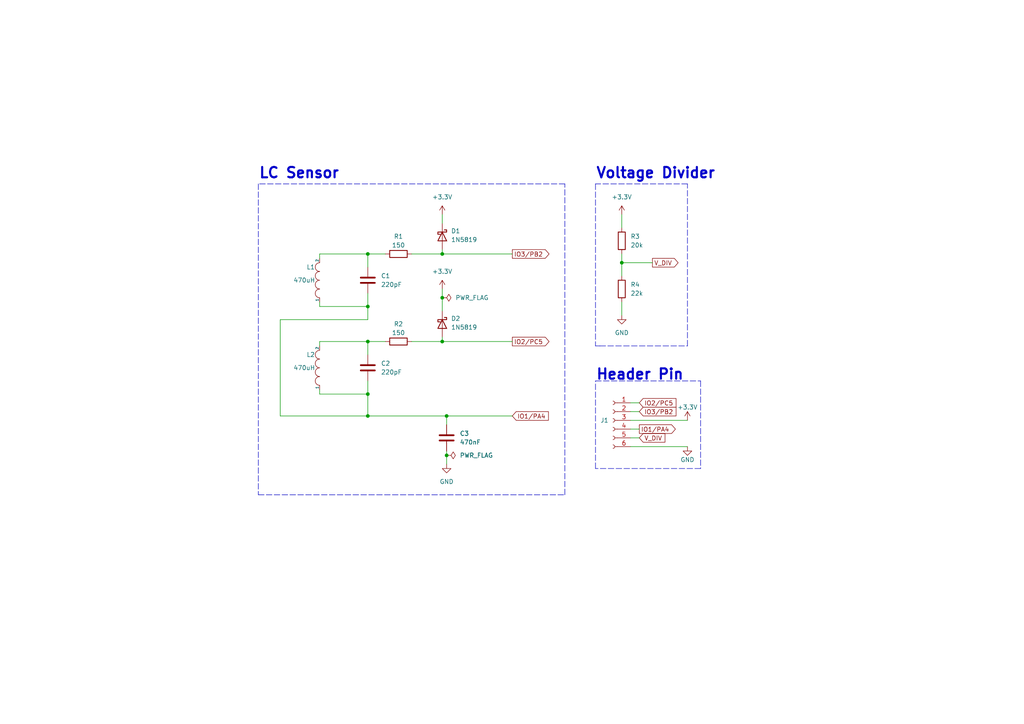
<source format=kicad_sch>
(kicad_sch (version 20211123) (generator eeschema)
  (paper "A4")
  (title_block (title "LC Sensor Prototype using THT") (date "2023-01-18") (rev "v1") (company "BRIN (Internship)"))
  (lib_symbols
    (symbol "Connector:Conn_01x06_Female" (pin_names (offset 1.016) hide)
      (property "Reference" "J" (at 0 7.62 0))
      (property "Value" "Conn_01x06_Female" (at 0 -10.16 0))
      (symbol "Conn_01x06_Female_1_1"
        (arc (start 0 -7.112) (mid -0.508 -7.62) (end 0 -8.128) (stroke (width 0.1524)))
        (arc (start 0 -4.572) (mid -0.508 -5.08) (end 0 -5.588) (stroke (width 0.1524)))
        (arc (start 0 -2.032) (mid -0.508 -2.54) (end 0 -3.048) (stroke (width 0.1524)))
        (polyline (pts (xy -1.27 -7.62) (xy -0.508 -7.62)) (stroke (width 0.1524)))
        (polyline (pts (xy -1.27 -5.08) (xy -0.508 -5.08)) (stroke (width 0.1524)))
        (polyline (pts (xy -1.27 -2.54) (xy -0.508 -2.54)) (stroke (width 0.1524)))
        (polyline (pts (xy -1.27 0) (xy -0.508 0)) (stroke (width 0.1524)))
        (polyline (pts (xy -1.27 2.54) (xy -0.508 2.54)) (stroke (width 0.1524)))
        (polyline (pts (xy -1.27 5.08) (xy -0.508 5.08)) (stroke (width 0.1524)))
        (arc (start 0 0.508) (mid -0.508 0) (end 0 -0.508) (stroke (width 0.1524)))
        (arc (start 0 3.048) (mid -0.508 2.54) (end 0 2.032) (stroke (width 0.1524)))
        (arc (start 0 5.588) (mid -0.508 5.08) (end 0 4.572) (stroke (width 0.1524)))
        (pin passive line (at -5.08 5.08 0) (length 3.81) (name "Pin_1") (number "1"))
        (pin passive line (at -5.08 2.54 0) (length 3.81) (name "Pin_2") (number "2"))
        (pin passive line (at -5.08 0 0) (length 3.81) (name "Pin_3") (number "3"))
        (pin passive line (at -5.08 -2.54 0) (length 3.81) (name "Pin_4") (number "4"))
        (pin passive line (at -5.08 -5.08 0) (length 3.81) (name "Pin_5") (number "5"))
        (pin passive line (at -5.08 -7.62 0) (length 3.81) (name "Pin_6") (number "6"))
      )
    )
    (symbol "Device:C" (pin_numbers hide) (pin_names (offset 0.254))
      (property "Reference" "C" (at 0.635 2.54 0))
      (property "Value" "C" (at 0.635 -2.54 0))
      (symbol "C_0_1"
        (polyline (pts (xy -2.032 -0.762) (xy 2.032 -0.762)) (stroke (width 0.508)))
        (polyline (pts (xy -2.032 0.762) (xy 2.032 0.762)) (stroke (width 0.508)))
      )
      (symbol "C_1_1"
        (pin passive line (at 0 3.81 270) (length 2.794) (name "~") (number "1"))
        (pin passive line (at 0 -3.81 90) (length 2.794) (name "~") (number "2"))
      )
    )
    (symbol "Device:R" (pin_numbers hide) (pin_names (offset 0))
      (property "Reference" "R" (at 2.032 0 90))
      (property "Value" "R" (at 0 0 90))
      (symbol "R_0_1"
        (rectangle (start -1.016 -2.54) (end 1.016 2.54) (stroke (width 0.254)))
      )
      (symbol "R_1_1"
        (pin passive line (at 0 3.81 270) (length 1.27) (name "~") (number "1"))
        (pin passive line (at 0 -3.81 90) (length 1.27) (name "~") (number "2"))
      )
    )
    (symbol "Diode:1N5819" (pin_numbers hide) (pin_names (offset 1.016) hide)
      (property "Reference" "D" (at 0 2.54 0))
      (property "Value" "1N5819" (at 0 -2.54 0))
      (symbol "1N5819_0_1"
        (polyline (pts (xy 1.27 0) (xy -1.27 0)))
        (polyline (pts (xy 1.27 1.27) (xy 1.27 -1.27) (xy -1.27 0) (xy 1.27 1.27)) (stroke (width 0.254)))
        (polyline (pts (xy -1.905 0.635) (xy -1.905 1.27) (xy -1.27 1.27) (xy -1.27 -1.27) (xy -0.635 -1.27) (xy -0.635 -0.635)) (stroke (width 0.254)))
      )
      (symbol "1N5819_1_1"
        (pin passive line (at -3.81 0 0) (length 2.54) (name "K") (number "1"))
        (pin passive line (at 3.81 0 180) (length 2.54) (name "A") (number "2"))
      )
    )
    (symbol "power:+3.3V" (power) (pin_names (offset 0))
      (property "Value" "+3.3V" (at 0 3.556 0))
      (symbol "+3.3V_0_1"
        (polyline (pts (xy -0.762 1.27) (xy 0 2.54)))
        (polyline (pts (xy 0 0) (xy 0 2.54)))
        (polyline (pts (xy 0 2.54) (xy 0.762 1.27)))
      )
      (symbol "+3.3V_1_1"
        (pin power_in line (at 0 0 90) (length 0) hide (name "+3.3V") (number "1"))
      )
    )
    (symbol "power:GND" (power) (pin_names (offset 0))
      (property "Value" "GND" (at 0 -3.81 0))
      (symbol "GND_0_1"
        (polyline (pts (xy 0 0) (xy 0 -1.27) (xy 1.27 -1.27) (xy 0 -2.54) (xy -1.27 -1.27) (xy 0 -1.27)))
      )
      (symbol "GND_1_1"
        (pin power_in line (at 0 0 270) (length 0) hide (name "GND") (number "1"))
      )
    )
    (symbol "power:PWR_FLAG" (power) (pin_numbers hide) (pin_names (offset 0) hide)
      (property "Value" "PWR_FLAG" (at 0 3.81 0))
      (symbol "PWR_FLAG_0_0"
        (pin power_out line (at 0 0 90) (length 0) (name "pwr") (number "1"))
      )
      (symbol "PWR_FLAG_0_1"
        (polyline (pts (xy 0 0) (xy 0 1.27) (xy -1.016 1.905) (xy 0 2.54) (xy 1.016 1.905) (xy 0 1.27)))
      )
    )
    (symbol "pspice:INDUCTOR" (pin_numbers hide) (pin_names (offset 0))
      (property "Reference" "L" (at 0 2.54 0))
      (property "Value" "INDUCTOR" (at 0 -1.27 0))
      (symbol "INDUCTOR_0_1"
        (arc (start -2.54 0) (mid -3.81 1.27) (end -5.08 0))
        (arc (start 0 0) (mid -1.27 1.27) (end -2.54 0))
        (arc (start 2.54 0) (mid 1.27 1.27) (end 0 0))
        (arc (start 5.08 0) (mid 3.81 1.27) (end 2.54 0))
      )
      (symbol "INDUCTOR_1_1"
        (pin input line (at -6.35 0 0) (length 1.27) (name "1") (number "1"))
        (pin input line (at 6.35 0 180) (length 1.27) (name "2") (number "2"))
      )
    )
  )
  (junction (at 180.34 76.2))
  (junction (at 128.27 99.06))
  (junction (at 129.54 120.65))
  (junction (at 106.68 120.65))
  (junction (at 106.68 114.3))
  (junction (at 106.68 99.06))
  (junction (at 129.54 132.08))
  (junction (at 106.68 73.66))
  (junction (at 106.68 88.9))
  (junction (at 128.27 73.66))
  (junction (at 128.27 86.36))
  (wire (pts (xy 182.88 129.54) (xy 199.39 129.54)))
  (wire (pts (xy 128.27 86.36) (xy 128.27 90.17)))
  (wire (pts (xy 92.71 113.03) (xy 92.71 114.3)))
  (wire (pts (xy 119.38 99.06) (xy 128.27 99.06)))
  (wire (pts (xy 182.88 116.84) (xy 185.42 116.84)))
  (wire (pts (xy 106.68 92.71) (xy 81.28 92.71)))
  (wire (pts (xy 129.54 120.65) (xy 148.59 120.65)))
  (wire (pts (xy 92.71 74.93) (xy 92.71 73.66)))
  (wire (pts (xy 81.28 120.65) (xy 106.68 120.65)))
  (wire (pts (xy 92.71 73.66) (xy 106.68 73.66)))
  (polyline (pts (xy 172.72 100.33) (xy 173.99 100.33)))
  (polyline (pts (xy 163.83 53.34) (xy 74.93 53.34)))
  (wire (pts (xy 128.27 97.79) (xy 128.27 99.06)))
  (polyline (pts (xy 172.72 53.34) (xy 172.72 100.33)))
  (polyline (pts (xy 199.39 53.34) (xy 172.72 53.34)))
  (polyline (pts (xy 172.72 110.49) (xy 203.2 110.49)))
  (wire (pts (xy 128.27 72.39) (xy 128.27 73.66)))
  (wire (pts (xy 128.27 62.23) (xy 128.27 64.77)))
  (wire (pts (xy 106.68 120.65) (xy 129.54 120.65)))
  (wire (pts (xy 180.34 76.2) (xy 189.23 76.2)))
  (wire (pts (xy 180.34 62.23) (xy 180.34 66.04)))
  (polyline (pts (xy 199.39 100.33) (xy 199.39 53.34)))
  (wire (pts (xy 128.27 83.82) (xy 128.27 86.36)))
  (wire (pts (xy 129.54 120.65) (xy 129.54 123.19)))
  (wire (pts (xy 106.68 110.49) (xy 106.68 114.3)))
  (wire (pts (xy 182.88 124.46) (xy 185.42 124.46)))
  (wire (pts (xy 106.68 88.9) (xy 106.68 92.71)))
  (wire (pts (xy 92.71 99.06) (xy 106.68 99.06)))
  (wire (pts (xy 119.38 73.66) (xy 128.27 73.66)))
  (polyline (pts (xy 203.2 135.89) (xy 172.72 135.89)))
  (polyline (pts (xy 74.93 143.51) (xy 163.83 143.51)))
  (wire (pts (xy 180.34 87.63) (xy 180.34 91.44)))
  (wire (pts (xy 92.71 114.3) (xy 106.68 114.3)))
  (wire (pts (xy 106.68 73.66) (xy 106.68 77.47)))
  (wire (pts (xy 182.88 119.38) (xy 185.42 119.38)))
  (wire (pts (xy 182.88 127) (xy 185.42 127)))
  (wire (pts (xy 92.71 87.63) (xy 92.71 88.9)))
  (wire (pts (xy 92.71 88.9) (xy 106.68 88.9)))
  (polyline (pts (xy 163.83 143.51) (xy 163.83 53.34)))
  (wire (pts (xy 182.88 121.92) (xy 199.39 121.92)))
  (wire (pts (xy 106.68 99.06) (xy 106.68 102.87)))
  (wire (pts (xy 81.28 92.71) (xy 81.28 120.65)))
  (wire (pts (xy 128.27 99.06) (xy 148.59 99.06)))
  (wire (pts (xy 106.68 114.3) (xy 106.68 120.65)))
  (wire (pts (xy 92.71 100.33) (xy 92.71 99.06)))
  (wire (pts (xy 180.34 76.2) (xy 180.34 80.01)))
  (wire (pts (xy 106.68 73.66) (xy 111.76 73.66)))
  (wire (pts (xy 180.34 73.66) (xy 180.34 76.2)))
  (wire (pts (xy 129.54 132.08) (xy 129.54 134.62)))
  (polyline (pts (xy 74.93 53.34) (xy 74.93 143.51)))
  (wire (pts (xy 106.68 85.09) (xy 106.68 88.9)))
  (polyline (pts (xy 203.2 110.49) (xy 203.2 135.89)))
  (polyline (pts (xy 173.99 100.33) (xy 199.39 100.33)))
  (polyline (pts (xy 172.72 135.89) (xy 172.72 110.49)))
  (wire (pts (xy 106.68 99.06) (xy 111.76 99.06)))
  (wire (pts (xy 128.27 73.66) (xy 148.59 73.66)))
  (wire (pts (xy 129.54 130.81) (xy 129.54 132.08)))
  (text "Voltage Divider\n" (at 172.72 52.07 0) (effects (font (size 3 3) (thickness 0.6) bold) (justify left bottom)))
  (text "LC Sensor" (at 74.93 52.07 0) (effects (font (size 3 3) (thickness 0.6) bold) (justify left bottom)))
  (text "Header Pin" (at 172.72 110.49 0) (effects (font (size 3 3) (thickness 0.6) bold) (justify left bottom)))
  (global_label "IO1{slash}PA4" (shape output) (at 185.42 124.46 0) (property "Intersheet References" "${INTERSHEET_REFS}" (effects hide)))
  (global_label "IO3{slash}PB2" (shape input) (at 185.42 119.38 0) (property "Intersheet References" "${INTERSHEET_REFS}" (effects hide)))
  (global_label "V_DIV" (shape input) (at 185.42 127 0) (property "Intersheet References" "${INTERSHEET_REFS}" (effects hide)))
  (global_label "V_DIV" (shape output) (at 189.23 76.2 0) (property "Intersheet References" "${INTERSHEET_REFS}" (effects hide)))
  (global_label "IO1{slash}PA4" (shape input) (at 148.59 120.65 0) (property "Intersheet References" "${INTERSHEET_REFS}" (effects hide)))
  (global_label "IO2{slash}PC5" (shape output) (at 148.59 99.06 0) (property "Intersheet References" "${INTERSHEET_REFS}" (effects hide)))
  (global_label "IO2{slash}PC5" (shape input) (at 185.42 116.84 0) (property "Intersheet References" "${INTERSHEET_REFS}" (effects hide)))
  (global_label "IO3{slash}PB2" (shape output) (at 148.59 73.66 0) (property "Intersheet References" "${INTERSHEET_REFS}" (effects hide)))
  (symbol (lib_id "power:+3.3V") (at 128.27 83.82 0) (unit 1)
    (property "Reference" "#PWR0102" (effects hide))
    (property "Value" "+3.3V" (at 128.27 78.74 0))
  )
  (symbol (lib_id "power:+3.3V") (at 128.27 62.23 0) (unit 1)
    (property "Reference" "#PWR0101" (effects hide))
    (property "Value" "+3.3V" (at 128.27 57.15 0))
  )
  (symbol (lib_id "power:GND") (at 180.34 91.44 0) (unit 1)
    (property "Reference" "#PWR0104" (effects hide))
    (property "Value" "GND" (at 180.34 96.52 0))
  )
  (symbol (lib_id "power:+3.3V") (at 180.34 62.23 0) (unit 1)
    (property "Reference" "#PWR0105" (effects hide))
    (property "Value" "+3.3V" (at 180.34 57.15 0))
  )
  (symbol (lib_id "Device:R") (at 180.34 69.85 0) (unit 1)
    (property "Reference" "R3" (at 182.88 68.5799 0) (effects (justify left)))
    (property "Value" "20k" (at 182.88 71.1199 0) (effects (justify left)))
    (property "Footprint" "Resistor_THT:R_Axial_DIN0207_L6.3mm_D2.5mm_P10.16mm_Horizontal" (effects hide))
  )
  (symbol (lib_id "Device:C") (at 106.68 106.68 0) (unit 1)
    (property "Reference" "C2" (at 110.49 105.4099 0) (effects (justify left)))
    (property "Value" "220pF" (at 110.49 107.9499 0) (effects (justify left)))
    (property "Footprint" "Capacitor_THT:C_Rect_L7.0mm_W2.0mm_P5.00mm" (effects hide))
  )
  (symbol (lib_id "power:PWR_FLAG") (at 128.27 86.36 270) (unit 1)
    (property "Reference" "#FLG0102" (effects hide))
    (property "Value" "PWR_FLAG" (at 132.08 86.3599 90) (effects (justify left)))
  )
  (symbol (lib_id "pspice:INDUCTOR") (at 92.71 81.28 90) (unit 1)
    (property "Reference" "L1" (at 88.9 77.47 90) (effects (justify right)))
    (property "Value" "470uH" (at 85.09 81.28 90) (effects (justify right)))
    (property "Footprint" "Inductor_THT:L_Radial_D7.2mm_P3.00mm_Murata_1700" (effects hide))
  )
  (symbol (lib_id "power:+3.3V") (at 199.39 121.92 0) (unit 1)
    (property "Reference" "#PWR01" (effects hide))
    (property "Value" "+3.3V" (at 199.39 118.11 0))
  )
  (symbol (lib_id "Device:C") (at 106.68 81.28 0) (unit 1)
    (property "Reference" "C1" (at 110.49 80.0099 0) (effects (justify left)))
    (property "Value" "220pF" (at 110.49 82.5499 0) (effects (justify left)))
    (property "Footprint" "Capacitor_THT:C_Rect_L7.0mm_W2.0mm_P5.00mm" (effects hide))
  )
  (symbol (lib_id "Device:C") (at 129.54 127 0) (unit 1)
    (property "Reference" "C3" (at 133.35 125.7299 0) (effects (justify left)))
    (property "Value" "470nF" (at 133.35 128.2699 0) (effects (justify left)))
    (property "Footprint" "Capacitor_THT:C_Rect_L7.0mm_W2.0mm_P5.00mm" (effects hide))
  )
  (symbol (lib_id "power:GND") (at 199.39 129.54 0) (mirror y) (unit 1)
    (property "Reference" "#PWR02" (effects hide))
    (property "Value" "GND" (at 199.39 133.35 0))
  )
  (symbol (lib_id "Diode:1N5819") (at 128.27 68.58 270) (unit 1)
    (property "Reference" "D1" (at 130.81 66.9924 90) (effects (justify left)))
    (property "Value" "1N5819" (at 130.81 69.5324 90) (effects (justify left)))
    (property "Footprint" "Diode_THT:D_DO-41_SOD81_P10.16mm_Horizontal" (effects hide))
    (property "Datasheet" "http://www.vishay.com/docs/88525/1n5817.pdf" (effects hide))
  )
  (symbol (lib_id "Device:R") (at 115.57 73.66 90) (unit 1)
    (property "Reference" "R1" (at 115.57 68.58 90))
    (property "Value" "150" (at 115.57 71.12 90))
    (property "Footprint" "Resistor_THT:R_Axial_DIN0207_L6.3mm_D2.5mm_P10.16mm_Horizontal" (effects hide))
  )
  (symbol (lib_id "power:PWR_FLAG") (at 129.54 132.08 270) (unit 1)
    (property "Reference" "#FLG0101" (effects hide))
    (property "Value" "PWR_FLAG" (at 133.35 132.0799 90) (effects (justify left)))
  )
  (symbol (lib_id "Diode:1N5819") (at 128.27 93.98 270) (unit 1)
    (property "Reference" "D2" (at 130.81 92.3924 90) (effects (justify left)))
    (property "Value" "1N5819" (at 130.81 94.9324 90) (effects (justify left)))
    (property "Footprint" "Diode_THT:D_DO-41_SOD81_P10.16mm_Horizontal" (effects hide))
    (property "Datasheet" "http://www.vishay.com/docs/88525/1n5817.pdf" (effects hide))
  )
  (symbol (lib_id "Device:R") (at 115.57 99.06 90) (unit 1)
    (property "Reference" "R2" (at 115.57 93.98 90))
    (property "Value" "150" (at 115.57 96.52 90))
    (property "Footprint" "Resistor_THT:R_Axial_DIN0207_L6.3mm_D2.5mm_P10.16mm_Horizontal" (effects hide))
  )
  (symbol (lib_id "Device:R") (at 180.34 83.82 0) (unit 1)
    (property "Reference" "R4" (at 182.88 82.5499 0) (effects (justify left)))
    (property "Value" "22k" (at 182.88 85.0899 0) (effects (justify left)))
    (property "Footprint" "Resistor_THT:R_Axial_DIN0207_L6.3mm_D2.5mm_P10.16mm_Horizontal" (effects hide))
  )
  (symbol (lib_id "Connector:Conn_01x06_Female") (at 177.8 121.92 0) (mirror y) (unit 1)
    (property "Reference" "J1" (at 176.53 121.92 0) (effects (justify left)))
    (property "Value" "Conn_01x06_Female" (effects hide))
    (property "Footprint" "Connector_PinSocket_2.54mm:PinSocket_1x06_P2.54mm_Vertical" (effects hide))
  )
  (symbol (lib_id "power:GND") (at 129.54 134.62 0) (unit 1)
    (property "Reference" "#PWR0103" (effects hide))
    (property "Value" "GND" (at 129.54 139.7 0))
  )
  (symbol (lib_id "pspice:INDUCTOR") (at 92.71 106.68 90) (unit 1)
    (property "Reference" "L2" (at 88.9 102.87 90) (effects (justify right)))
    (property "Value" "470uH" (at 85.09 106.68 90) (effects (justify right)))
    (property "Footprint" "Inductor_THT:L_Radial_D7.2mm_P3.00mm_Murata_1700" (effects hide))
  )
)
</source>
